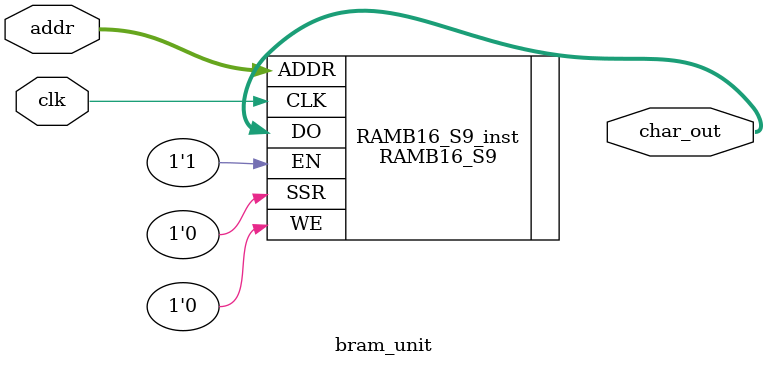
<source format=v>
`timescale 1ns / 1ps
module bram_unit (clk,char_out,addr);
input clk;
output [7:0] char_out;
input [10:0] addr;

   RAMB16_S9 #(
      .INIT(9'h000),  // Value of output RAM registers at startup
      .SRVAL(9'h000), // Output value upon SSR assertion
      .WRITE_MODE("WRITE_FIRST"), // WRITE_FIRST, READ_FIRST or NO_CHANGE

      //Message as follows -> ABCDEFGHIJKLMNOP <next line> abcdefghijklmno(cursor)
		//The 00s inbetween the first line and the second are the non displayed characters
      .INIT_00(256'hFF_6F_6E_6D_6C_6B_6A_69_68_67_66_65_64_63_62_61_50_4F_4E_4D_4C_4B_4A_49_48_47_46_45_44_43_42_41),
      .INIT_01(256'h00_00_00_00_00_00_00_00_00_00_00_00_00_00_00_00_00_00_00_00_00_00_00_00_00_00_00_00_00_00_00_00)
   ) RAMB16_S9_inst (
      .DO(char_out),      // 8-bit Data Output
      .ADDR(addr),  // 11-bit Address Input
      .CLK(clk),    // Clock
      .EN(1'b1),      // RAM Enable Input
      .SSR(1'b0),    // Synchronous Set/Reset Input
      .WE(1'b0)       // Write Enable Input
   );

endmodule

</source>
